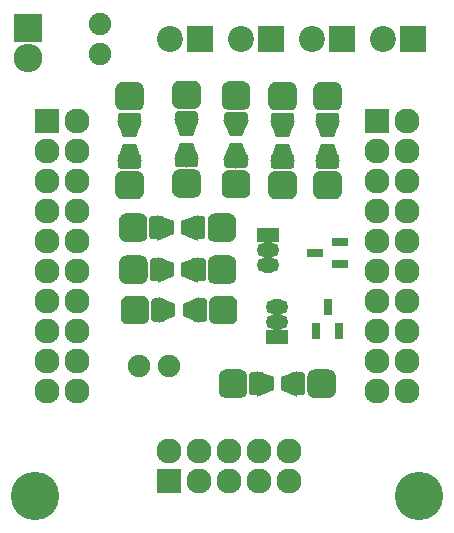
<source format=gts>
G04 #@! TF.GenerationSoftware,KiCad,Pcbnew,(5.1.0-0)*
G04 #@! TF.CreationDate,2019-05-11T20:48:41+09:00*
G04 #@! TF.ProjectId,USBi_Programmer,55534269-5f50-4726-9f67-72616d6d6572,rev?*
G04 #@! TF.SameCoordinates,Original*
G04 #@! TF.FileFunction,Soldermask,Top*
G04 #@! TF.FilePolarity,Negative*
%FSLAX46Y46*%
G04 Gerber Fmt 4.6, Leading zero omitted, Abs format (unit mm)*
G04 Created by KiCad (PCBNEW (5.1.0-0)) date 2019-05-11 20:48:41*
%MOMM*%
%LPD*%
G04 APERTURE LIST*
%ADD10O,1.900000X1.300000*%
%ADD11R,1.900000X1.300000*%
%ADD12C,1.901140*%
%ADD13O,2.127200X2.127200*%
%ADD14R,2.127200X2.127200*%
%ADD15R,2.432000X2.432000*%
%ADD16O,2.432000X2.432000*%
%ADD17R,0.740000X1.440000*%
%ADD18R,1.440000X0.740000*%
%ADD19C,4.100000*%
%ADD20C,2.200000*%
%ADD21R,2.200000X2.200000*%
%ADD22C,0.150000*%
%ADD23C,2.398980*%
%ADD24C,1.400000*%
%ADD25C,1.200000*%
%ADD26C,1.300000*%
G04 APERTURE END LIST*
D10*
X124206000Y-161798000D03*
X124206000Y-160528000D03*
D11*
X124206000Y-163068000D03*
D12*
X109220000Y-139065000D03*
X109220000Y-136525000D03*
X115062000Y-165544000D03*
X112522000Y-165544000D03*
D13*
X107315000Y-167640000D03*
X104775000Y-167640000D03*
X107315000Y-165100000D03*
X104775000Y-165100000D03*
X107315000Y-162560000D03*
X104775000Y-162560000D03*
X107315000Y-160020000D03*
X104775000Y-160020000D03*
X107315000Y-157480000D03*
X104775000Y-157480000D03*
X107315000Y-154940000D03*
X104775000Y-154940000D03*
X107315000Y-152400000D03*
X104775000Y-152400000D03*
X107315000Y-149860000D03*
X104775000Y-149860000D03*
X107315000Y-147320000D03*
X104775000Y-147320000D03*
X107315000Y-144780000D03*
D14*
X104775000Y-144780000D03*
D15*
X103205000Y-136935000D03*
D16*
X103205000Y-139475000D03*
D14*
X132715000Y-144780000D03*
D13*
X135255000Y-144780000D03*
X132715000Y-147320000D03*
X135255000Y-147320000D03*
X132715000Y-149860000D03*
X135255000Y-149860000D03*
X132715000Y-152400000D03*
X135255000Y-152400000D03*
X132715000Y-154940000D03*
X135255000Y-154940000D03*
X132715000Y-157480000D03*
X135255000Y-157480000D03*
X132715000Y-160020000D03*
X135255000Y-160020000D03*
X132715000Y-162560000D03*
X135255000Y-162560000D03*
X132715000Y-165100000D03*
X135255000Y-165100000D03*
X132715000Y-167640000D03*
X135255000Y-167640000D03*
D17*
X127574000Y-162594000D03*
X129474000Y-162594000D03*
X128524000Y-160494000D03*
D18*
X127474000Y-155956000D03*
X129574000Y-155006000D03*
X129574000Y-156906000D03*
D11*
X123444000Y-154432000D03*
D10*
X123444000Y-156972000D03*
X123444000Y-155702000D03*
D19*
X103759000Y-176530000D03*
X136271000Y-176530000D03*
D20*
X127239000Y-137811000D03*
D21*
X129779000Y-137811000D03*
X123739000Y-137811000D03*
D20*
X121199000Y-137811000D03*
X115199000Y-137811000D03*
D21*
X117739000Y-137811000D03*
X135739000Y-137811000D03*
D20*
X133199000Y-137811000D03*
D14*
X115062000Y-175260000D03*
D13*
X115062000Y-172720000D03*
X117602000Y-175260000D03*
X117602000Y-172720000D03*
X120142000Y-175260000D03*
X120142000Y-172720000D03*
X122682000Y-175260000D03*
X122682000Y-172720000D03*
X125222000Y-175260000D03*
X125222000Y-172720000D03*
D22*
G36*
X112418530Y-148984398D02*
G01*
X112476749Y-148993034D01*
X112533842Y-149007335D01*
X112589257Y-149027163D01*
X112642463Y-149052327D01*
X112692945Y-149082585D01*
X112740219Y-149117646D01*
X112783829Y-149157171D01*
X112823354Y-149200781D01*
X112858415Y-149248055D01*
X112888673Y-149298537D01*
X112913837Y-149351743D01*
X112933665Y-149407158D01*
X112947966Y-149464251D01*
X112956602Y-149522470D01*
X112959490Y-149581255D01*
X112959490Y-150780745D01*
X112956602Y-150839530D01*
X112947966Y-150897749D01*
X112933665Y-150954842D01*
X112913837Y-151010257D01*
X112888673Y-151063463D01*
X112858415Y-151113945D01*
X112823354Y-151161219D01*
X112783829Y-151204829D01*
X112740219Y-151244354D01*
X112692945Y-151279415D01*
X112642463Y-151309673D01*
X112589257Y-151334837D01*
X112533842Y-151354665D01*
X112476749Y-151368966D01*
X112418530Y-151377602D01*
X112359745Y-151380490D01*
X111160255Y-151380490D01*
X111101470Y-151377602D01*
X111043251Y-151368966D01*
X110986158Y-151354665D01*
X110930743Y-151334837D01*
X110877537Y-151309673D01*
X110827055Y-151279415D01*
X110779781Y-151244354D01*
X110736171Y-151204829D01*
X110696646Y-151161219D01*
X110661585Y-151113945D01*
X110631327Y-151063463D01*
X110606163Y-151010257D01*
X110586335Y-150954842D01*
X110572034Y-150897749D01*
X110563398Y-150839530D01*
X110560510Y-150780745D01*
X110560510Y-149581255D01*
X110563398Y-149522470D01*
X110572034Y-149464251D01*
X110586335Y-149407158D01*
X110606163Y-149351743D01*
X110631327Y-149298537D01*
X110661585Y-149248055D01*
X110696646Y-149200781D01*
X110736171Y-149157171D01*
X110779781Y-149117646D01*
X110827055Y-149082585D01*
X110877537Y-149052327D01*
X110930743Y-149027163D01*
X110986158Y-149007335D01*
X111043251Y-148993034D01*
X111101470Y-148984398D01*
X111160255Y-148981510D01*
X112359745Y-148981510D01*
X112418530Y-148984398D01*
X112418530Y-148984398D01*
G37*
D23*
X111760000Y-150181000D03*
D22*
G36*
X112418530Y-141484398D02*
G01*
X112476749Y-141493034D01*
X112533842Y-141507335D01*
X112589257Y-141527163D01*
X112642463Y-141552327D01*
X112692945Y-141582585D01*
X112740219Y-141617646D01*
X112783829Y-141657171D01*
X112823354Y-141700781D01*
X112858415Y-141748055D01*
X112888673Y-141798537D01*
X112913837Y-141851743D01*
X112933665Y-141907158D01*
X112947966Y-141964251D01*
X112956602Y-142022470D01*
X112959490Y-142081255D01*
X112959490Y-143280745D01*
X112956602Y-143339530D01*
X112947966Y-143397749D01*
X112933665Y-143454842D01*
X112913837Y-143510257D01*
X112888673Y-143563463D01*
X112858415Y-143613945D01*
X112823354Y-143661219D01*
X112783829Y-143704829D01*
X112740219Y-143744354D01*
X112692945Y-143779415D01*
X112642463Y-143809673D01*
X112589257Y-143834837D01*
X112533842Y-143854665D01*
X112476749Y-143868966D01*
X112418530Y-143877602D01*
X112359745Y-143880490D01*
X111160255Y-143880490D01*
X111101470Y-143877602D01*
X111043251Y-143868966D01*
X110986158Y-143854665D01*
X110930743Y-143834837D01*
X110877537Y-143809673D01*
X110827055Y-143779415D01*
X110779781Y-143744354D01*
X110736171Y-143704829D01*
X110696646Y-143661219D01*
X110661585Y-143613945D01*
X110631327Y-143563463D01*
X110606163Y-143510257D01*
X110586335Y-143454842D01*
X110572034Y-143397749D01*
X110563398Y-143339530D01*
X110560510Y-143280745D01*
X110560510Y-142081255D01*
X110563398Y-142022470D01*
X110572034Y-141964251D01*
X110586335Y-141907158D01*
X110606163Y-141851743D01*
X110631327Y-141798537D01*
X110661585Y-141748055D01*
X110696646Y-141700781D01*
X110736171Y-141657171D01*
X110779781Y-141617646D01*
X110827055Y-141582585D01*
X110877537Y-141552327D01*
X110930743Y-141527163D01*
X110986158Y-141507335D01*
X111043251Y-141493034D01*
X111101470Y-141484398D01*
X111160255Y-141481510D01*
X112359745Y-141481510D01*
X112418530Y-141484398D01*
X112418530Y-141484398D01*
G37*
D23*
X111760000Y-142681000D03*
D24*
X111760000Y-147431000D03*
D22*
G36*
X112855407Y-148131000D02*
G01*
X110664593Y-148131000D01*
X111224593Y-146731000D01*
X112295407Y-146731000D01*
X112855407Y-148131000D01*
X112855407Y-148131000D01*
G37*
D24*
X111760000Y-145431000D03*
D22*
G36*
X110664593Y-144731000D02*
G01*
X112855407Y-144731000D01*
X112295407Y-146131000D01*
X111224593Y-146131000D01*
X110664593Y-144731000D01*
X110664593Y-144731000D01*
G37*
G36*
X112489405Y-144082445D02*
G01*
X112518527Y-144086764D01*
X112547085Y-144093918D01*
X112574805Y-144103836D01*
X112601419Y-144116424D01*
X112626671Y-144131559D01*
X112650318Y-144149097D01*
X112672132Y-144168868D01*
X112691903Y-144190682D01*
X112709441Y-144214329D01*
X112724576Y-144239581D01*
X112737164Y-144266195D01*
X112747082Y-144293915D01*
X112754236Y-144322473D01*
X112758555Y-144351595D01*
X112760000Y-144381000D01*
X112760000Y-144981000D01*
X112758555Y-145010405D01*
X112754236Y-145039527D01*
X112747082Y-145068085D01*
X112737164Y-145095805D01*
X112724576Y-145122419D01*
X112709441Y-145147671D01*
X112691903Y-145171318D01*
X112672132Y-145193132D01*
X112650318Y-145212903D01*
X112626671Y-145230441D01*
X112601419Y-145245576D01*
X112574805Y-145258164D01*
X112547085Y-145268082D01*
X112518527Y-145275236D01*
X112489405Y-145279555D01*
X112460000Y-145281000D01*
X111060000Y-145281000D01*
X111030595Y-145279555D01*
X111001473Y-145275236D01*
X110972915Y-145268082D01*
X110945195Y-145258164D01*
X110918581Y-145245576D01*
X110893329Y-145230441D01*
X110869682Y-145212903D01*
X110847868Y-145193132D01*
X110828097Y-145171318D01*
X110810559Y-145147671D01*
X110795424Y-145122419D01*
X110782836Y-145095805D01*
X110772918Y-145068085D01*
X110765764Y-145039527D01*
X110761445Y-145010405D01*
X110760000Y-144981000D01*
X110760000Y-144381000D01*
X110761445Y-144351595D01*
X110765764Y-144322473D01*
X110772918Y-144293915D01*
X110782836Y-144266195D01*
X110795424Y-144239581D01*
X110810559Y-144214329D01*
X110828097Y-144190682D01*
X110847868Y-144168868D01*
X110869682Y-144149097D01*
X110893329Y-144131559D01*
X110918581Y-144116424D01*
X110945195Y-144103836D01*
X110972915Y-144093918D01*
X111001473Y-144086764D01*
X111030595Y-144082445D01*
X111060000Y-144081000D01*
X112460000Y-144081000D01*
X112489405Y-144082445D01*
X112489405Y-144082445D01*
G37*
D25*
X111760000Y-144681000D03*
D22*
G36*
X112466856Y-147532565D02*
G01*
X112498404Y-147537245D01*
X112529343Y-147544994D01*
X112559372Y-147555739D01*
X112588204Y-147569376D01*
X112615560Y-147585772D01*
X112641178Y-147604772D01*
X112664810Y-147626190D01*
X112686228Y-147649822D01*
X112705228Y-147675440D01*
X112721624Y-147702796D01*
X112735261Y-147731628D01*
X112746006Y-147761657D01*
X112753755Y-147792596D01*
X112758435Y-147824144D01*
X112760000Y-147856000D01*
X112760000Y-148506000D01*
X112758435Y-148537856D01*
X112753755Y-148569404D01*
X112746006Y-148600343D01*
X112735261Y-148630372D01*
X112721624Y-148659204D01*
X112705228Y-148686560D01*
X112686228Y-148712178D01*
X112664810Y-148735810D01*
X112641178Y-148757228D01*
X112615560Y-148776228D01*
X112588204Y-148792624D01*
X112559372Y-148806261D01*
X112529343Y-148817006D01*
X112498404Y-148824755D01*
X112466856Y-148829435D01*
X112435000Y-148831000D01*
X111085000Y-148831000D01*
X111053144Y-148829435D01*
X111021596Y-148824755D01*
X110990657Y-148817006D01*
X110960628Y-148806261D01*
X110931796Y-148792624D01*
X110904440Y-148776228D01*
X110878822Y-148757228D01*
X110855190Y-148735810D01*
X110833772Y-148712178D01*
X110814772Y-148686560D01*
X110798376Y-148659204D01*
X110784739Y-148630372D01*
X110773994Y-148600343D01*
X110766245Y-148569404D01*
X110761565Y-148537856D01*
X110760000Y-148506000D01*
X110760000Y-147856000D01*
X110761565Y-147824144D01*
X110766245Y-147792596D01*
X110773994Y-147761657D01*
X110784739Y-147731628D01*
X110798376Y-147702796D01*
X110814772Y-147675440D01*
X110833772Y-147649822D01*
X110855190Y-147626190D01*
X110878822Y-147604772D01*
X110904440Y-147585772D01*
X110931796Y-147569376D01*
X110960628Y-147555739D01*
X110990657Y-147544994D01*
X111021596Y-147537245D01*
X111053144Y-147532565D01*
X111085000Y-147531000D01*
X112435000Y-147531000D01*
X112466856Y-147532565D01*
X112466856Y-147532565D01*
G37*
D26*
X111760000Y-148181000D03*
D22*
G36*
X118057856Y-159783565D02*
G01*
X118089404Y-159788245D01*
X118120343Y-159795994D01*
X118150372Y-159806739D01*
X118179204Y-159820376D01*
X118206560Y-159836772D01*
X118232178Y-159855772D01*
X118255810Y-159877190D01*
X118277228Y-159900822D01*
X118296228Y-159926440D01*
X118312624Y-159953796D01*
X118326261Y-159982628D01*
X118337006Y-160012657D01*
X118344755Y-160043596D01*
X118349435Y-160075144D01*
X118351000Y-160107000D01*
X118351000Y-161457000D01*
X118349435Y-161488856D01*
X118344755Y-161520404D01*
X118337006Y-161551343D01*
X118326261Y-161581372D01*
X118312624Y-161610204D01*
X118296228Y-161637560D01*
X118277228Y-161663178D01*
X118255810Y-161686810D01*
X118232178Y-161708228D01*
X118206560Y-161727228D01*
X118179204Y-161743624D01*
X118150372Y-161757261D01*
X118120343Y-161768006D01*
X118089404Y-161775755D01*
X118057856Y-161780435D01*
X118026000Y-161782000D01*
X117376000Y-161782000D01*
X117344144Y-161780435D01*
X117312596Y-161775755D01*
X117281657Y-161768006D01*
X117251628Y-161757261D01*
X117222796Y-161743624D01*
X117195440Y-161727228D01*
X117169822Y-161708228D01*
X117146190Y-161686810D01*
X117124772Y-161663178D01*
X117105772Y-161637560D01*
X117089376Y-161610204D01*
X117075739Y-161581372D01*
X117064994Y-161551343D01*
X117057245Y-161520404D01*
X117052565Y-161488856D01*
X117051000Y-161457000D01*
X117051000Y-160107000D01*
X117052565Y-160075144D01*
X117057245Y-160043596D01*
X117064994Y-160012657D01*
X117075739Y-159982628D01*
X117089376Y-159953796D01*
X117105772Y-159926440D01*
X117124772Y-159900822D01*
X117146190Y-159877190D01*
X117169822Y-159855772D01*
X117195440Y-159836772D01*
X117222796Y-159820376D01*
X117251628Y-159806739D01*
X117281657Y-159795994D01*
X117312596Y-159788245D01*
X117344144Y-159783565D01*
X117376000Y-159782000D01*
X118026000Y-159782000D01*
X118057856Y-159783565D01*
X118057856Y-159783565D01*
G37*
D26*
X117701000Y-160782000D03*
D22*
G36*
X114530405Y-159783445D02*
G01*
X114559527Y-159787764D01*
X114588085Y-159794918D01*
X114615805Y-159804836D01*
X114642419Y-159817424D01*
X114667671Y-159832559D01*
X114691318Y-159850097D01*
X114713132Y-159869868D01*
X114732903Y-159891682D01*
X114750441Y-159915329D01*
X114765576Y-159940581D01*
X114778164Y-159967195D01*
X114788082Y-159994915D01*
X114795236Y-160023473D01*
X114799555Y-160052595D01*
X114801000Y-160082000D01*
X114801000Y-161482000D01*
X114799555Y-161511405D01*
X114795236Y-161540527D01*
X114788082Y-161569085D01*
X114778164Y-161596805D01*
X114765576Y-161623419D01*
X114750441Y-161648671D01*
X114732903Y-161672318D01*
X114713132Y-161694132D01*
X114691318Y-161713903D01*
X114667671Y-161731441D01*
X114642419Y-161746576D01*
X114615805Y-161759164D01*
X114588085Y-161769082D01*
X114559527Y-161776236D01*
X114530405Y-161780555D01*
X114501000Y-161782000D01*
X113901000Y-161782000D01*
X113871595Y-161780555D01*
X113842473Y-161776236D01*
X113813915Y-161769082D01*
X113786195Y-161759164D01*
X113759581Y-161746576D01*
X113734329Y-161731441D01*
X113710682Y-161713903D01*
X113688868Y-161694132D01*
X113669097Y-161672318D01*
X113651559Y-161648671D01*
X113636424Y-161623419D01*
X113623836Y-161596805D01*
X113613918Y-161569085D01*
X113606764Y-161540527D01*
X113602445Y-161511405D01*
X113601000Y-161482000D01*
X113601000Y-160082000D01*
X113602445Y-160052595D01*
X113606764Y-160023473D01*
X113613918Y-159994915D01*
X113623836Y-159967195D01*
X113636424Y-159940581D01*
X113651559Y-159915329D01*
X113669097Y-159891682D01*
X113688868Y-159869868D01*
X113710682Y-159850097D01*
X113734329Y-159832559D01*
X113759581Y-159817424D01*
X113786195Y-159804836D01*
X113813915Y-159794918D01*
X113842473Y-159787764D01*
X113871595Y-159783445D01*
X113901000Y-159782000D01*
X114501000Y-159782000D01*
X114530405Y-159783445D01*
X114530405Y-159783445D01*
G37*
D25*
X114201000Y-160782000D03*
D24*
X114951000Y-160782000D03*
D22*
G36*
X114251000Y-161877407D02*
G01*
X114251000Y-159686593D01*
X115651000Y-160246593D01*
X115651000Y-161317407D01*
X114251000Y-161877407D01*
X114251000Y-161877407D01*
G37*
D24*
X116951000Y-160782000D03*
D22*
G36*
X117651000Y-159686593D02*
G01*
X117651000Y-161877407D01*
X116251000Y-161317407D01*
X116251000Y-160246593D01*
X117651000Y-159686593D01*
X117651000Y-159686593D01*
G37*
G36*
X112859530Y-159585398D02*
G01*
X112917749Y-159594034D01*
X112974842Y-159608335D01*
X113030257Y-159628163D01*
X113083463Y-159653327D01*
X113133945Y-159683585D01*
X113181219Y-159718646D01*
X113224829Y-159758171D01*
X113264354Y-159801781D01*
X113299415Y-159849055D01*
X113329673Y-159899537D01*
X113354837Y-159952743D01*
X113374665Y-160008158D01*
X113388966Y-160065251D01*
X113397602Y-160123470D01*
X113400490Y-160182255D01*
X113400490Y-161381745D01*
X113397602Y-161440530D01*
X113388966Y-161498749D01*
X113374665Y-161555842D01*
X113354837Y-161611257D01*
X113329673Y-161664463D01*
X113299415Y-161714945D01*
X113264354Y-161762219D01*
X113224829Y-161805829D01*
X113181219Y-161845354D01*
X113133945Y-161880415D01*
X113083463Y-161910673D01*
X113030257Y-161935837D01*
X112974842Y-161955665D01*
X112917749Y-161969966D01*
X112859530Y-161978602D01*
X112800745Y-161981490D01*
X111601255Y-161981490D01*
X111542470Y-161978602D01*
X111484251Y-161969966D01*
X111427158Y-161955665D01*
X111371743Y-161935837D01*
X111318537Y-161910673D01*
X111268055Y-161880415D01*
X111220781Y-161845354D01*
X111177171Y-161805829D01*
X111137646Y-161762219D01*
X111102585Y-161714945D01*
X111072327Y-161664463D01*
X111047163Y-161611257D01*
X111027335Y-161555842D01*
X111013034Y-161498749D01*
X111004398Y-161440530D01*
X111001510Y-161381745D01*
X111001510Y-160182255D01*
X111004398Y-160123470D01*
X111013034Y-160065251D01*
X111027335Y-160008158D01*
X111047163Y-159952743D01*
X111072327Y-159899537D01*
X111102585Y-159849055D01*
X111137646Y-159801781D01*
X111177171Y-159758171D01*
X111220781Y-159718646D01*
X111268055Y-159683585D01*
X111318537Y-159653327D01*
X111371743Y-159628163D01*
X111427158Y-159608335D01*
X111484251Y-159594034D01*
X111542470Y-159585398D01*
X111601255Y-159582510D01*
X112800745Y-159582510D01*
X112859530Y-159585398D01*
X112859530Y-159585398D01*
G37*
D23*
X112201000Y-160782000D03*
D22*
G36*
X120359530Y-159585398D02*
G01*
X120417749Y-159594034D01*
X120474842Y-159608335D01*
X120530257Y-159628163D01*
X120583463Y-159653327D01*
X120633945Y-159683585D01*
X120681219Y-159718646D01*
X120724829Y-159758171D01*
X120764354Y-159801781D01*
X120799415Y-159849055D01*
X120829673Y-159899537D01*
X120854837Y-159952743D01*
X120874665Y-160008158D01*
X120888966Y-160065251D01*
X120897602Y-160123470D01*
X120900490Y-160182255D01*
X120900490Y-161381745D01*
X120897602Y-161440530D01*
X120888966Y-161498749D01*
X120874665Y-161555842D01*
X120854837Y-161611257D01*
X120829673Y-161664463D01*
X120799415Y-161714945D01*
X120764354Y-161762219D01*
X120724829Y-161805829D01*
X120681219Y-161845354D01*
X120633945Y-161880415D01*
X120583463Y-161910673D01*
X120530257Y-161935837D01*
X120474842Y-161955665D01*
X120417749Y-161969966D01*
X120359530Y-161978602D01*
X120300745Y-161981490D01*
X119101255Y-161981490D01*
X119042470Y-161978602D01*
X118984251Y-161969966D01*
X118927158Y-161955665D01*
X118871743Y-161935837D01*
X118818537Y-161910673D01*
X118768055Y-161880415D01*
X118720781Y-161845354D01*
X118677171Y-161805829D01*
X118637646Y-161762219D01*
X118602585Y-161714945D01*
X118572327Y-161664463D01*
X118547163Y-161611257D01*
X118527335Y-161555842D01*
X118513034Y-161498749D01*
X118504398Y-161440530D01*
X118501510Y-161381745D01*
X118501510Y-160182255D01*
X118504398Y-160123470D01*
X118513034Y-160065251D01*
X118527335Y-160008158D01*
X118547163Y-159952743D01*
X118572327Y-159899537D01*
X118602585Y-159849055D01*
X118637646Y-159801781D01*
X118677171Y-159758171D01*
X118720781Y-159718646D01*
X118768055Y-159683585D01*
X118818537Y-159653327D01*
X118871743Y-159628163D01*
X118927158Y-159608335D01*
X118984251Y-159594034D01*
X119042470Y-159585398D01*
X119101255Y-159582510D01*
X120300745Y-159582510D01*
X120359530Y-159585398D01*
X120359530Y-159585398D01*
G37*
D23*
X119701000Y-160782000D03*
D22*
G36*
X114430856Y-152798565D02*
G01*
X114462404Y-152803245D01*
X114493343Y-152810994D01*
X114523372Y-152821739D01*
X114552204Y-152835376D01*
X114579560Y-152851772D01*
X114605178Y-152870772D01*
X114628810Y-152892190D01*
X114650228Y-152915822D01*
X114669228Y-152941440D01*
X114685624Y-152968796D01*
X114699261Y-152997628D01*
X114710006Y-153027657D01*
X114717755Y-153058596D01*
X114722435Y-153090144D01*
X114724000Y-153122000D01*
X114724000Y-154472000D01*
X114722435Y-154503856D01*
X114717755Y-154535404D01*
X114710006Y-154566343D01*
X114699261Y-154596372D01*
X114685624Y-154625204D01*
X114669228Y-154652560D01*
X114650228Y-154678178D01*
X114628810Y-154701810D01*
X114605178Y-154723228D01*
X114579560Y-154742228D01*
X114552204Y-154758624D01*
X114523372Y-154772261D01*
X114493343Y-154783006D01*
X114462404Y-154790755D01*
X114430856Y-154795435D01*
X114399000Y-154797000D01*
X113749000Y-154797000D01*
X113717144Y-154795435D01*
X113685596Y-154790755D01*
X113654657Y-154783006D01*
X113624628Y-154772261D01*
X113595796Y-154758624D01*
X113568440Y-154742228D01*
X113542822Y-154723228D01*
X113519190Y-154701810D01*
X113497772Y-154678178D01*
X113478772Y-154652560D01*
X113462376Y-154625204D01*
X113448739Y-154596372D01*
X113437994Y-154566343D01*
X113430245Y-154535404D01*
X113425565Y-154503856D01*
X113424000Y-154472000D01*
X113424000Y-153122000D01*
X113425565Y-153090144D01*
X113430245Y-153058596D01*
X113437994Y-153027657D01*
X113448739Y-152997628D01*
X113462376Y-152968796D01*
X113478772Y-152941440D01*
X113497772Y-152915822D01*
X113519190Y-152892190D01*
X113542822Y-152870772D01*
X113568440Y-152851772D01*
X113595796Y-152835376D01*
X113624628Y-152821739D01*
X113654657Y-152810994D01*
X113685596Y-152803245D01*
X113717144Y-152798565D01*
X113749000Y-152797000D01*
X114399000Y-152797000D01*
X114430856Y-152798565D01*
X114430856Y-152798565D01*
G37*
D26*
X114074000Y-153797000D03*
D22*
G36*
X117903405Y-152798445D02*
G01*
X117932527Y-152802764D01*
X117961085Y-152809918D01*
X117988805Y-152819836D01*
X118015419Y-152832424D01*
X118040671Y-152847559D01*
X118064318Y-152865097D01*
X118086132Y-152884868D01*
X118105903Y-152906682D01*
X118123441Y-152930329D01*
X118138576Y-152955581D01*
X118151164Y-152982195D01*
X118161082Y-153009915D01*
X118168236Y-153038473D01*
X118172555Y-153067595D01*
X118174000Y-153097000D01*
X118174000Y-154497000D01*
X118172555Y-154526405D01*
X118168236Y-154555527D01*
X118161082Y-154584085D01*
X118151164Y-154611805D01*
X118138576Y-154638419D01*
X118123441Y-154663671D01*
X118105903Y-154687318D01*
X118086132Y-154709132D01*
X118064318Y-154728903D01*
X118040671Y-154746441D01*
X118015419Y-154761576D01*
X117988805Y-154774164D01*
X117961085Y-154784082D01*
X117932527Y-154791236D01*
X117903405Y-154795555D01*
X117874000Y-154797000D01*
X117274000Y-154797000D01*
X117244595Y-154795555D01*
X117215473Y-154791236D01*
X117186915Y-154784082D01*
X117159195Y-154774164D01*
X117132581Y-154761576D01*
X117107329Y-154746441D01*
X117083682Y-154728903D01*
X117061868Y-154709132D01*
X117042097Y-154687318D01*
X117024559Y-154663671D01*
X117009424Y-154638419D01*
X116996836Y-154611805D01*
X116986918Y-154584085D01*
X116979764Y-154555527D01*
X116975445Y-154526405D01*
X116974000Y-154497000D01*
X116974000Y-153097000D01*
X116975445Y-153067595D01*
X116979764Y-153038473D01*
X116986918Y-153009915D01*
X116996836Y-152982195D01*
X117009424Y-152955581D01*
X117024559Y-152930329D01*
X117042097Y-152906682D01*
X117061868Y-152884868D01*
X117083682Y-152865097D01*
X117107329Y-152847559D01*
X117132581Y-152832424D01*
X117159195Y-152819836D01*
X117186915Y-152809918D01*
X117215473Y-152802764D01*
X117244595Y-152798445D01*
X117274000Y-152797000D01*
X117874000Y-152797000D01*
X117903405Y-152798445D01*
X117903405Y-152798445D01*
G37*
D25*
X117574000Y-153797000D03*
D24*
X116824000Y-153797000D03*
D22*
G36*
X117524000Y-152701593D02*
G01*
X117524000Y-154892407D01*
X116124000Y-154332407D01*
X116124000Y-153261593D01*
X117524000Y-152701593D01*
X117524000Y-152701593D01*
G37*
D24*
X114824000Y-153797000D03*
D22*
G36*
X114124000Y-154892407D02*
G01*
X114124000Y-152701593D01*
X115524000Y-153261593D01*
X115524000Y-154332407D01*
X114124000Y-154892407D01*
X114124000Y-154892407D01*
G37*
G36*
X120232530Y-152600398D02*
G01*
X120290749Y-152609034D01*
X120347842Y-152623335D01*
X120403257Y-152643163D01*
X120456463Y-152668327D01*
X120506945Y-152698585D01*
X120554219Y-152733646D01*
X120597829Y-152773171D01*
X120637354Y-152816781D01*
X120672415Y-152864055D01*
X120702673Y-152914537D01*
X120727837Y-152967743D01*
X120747665Y-153023158D01*
X120761966Y-153080251D01*
X120770602Y-153138470D01*
X120773490Y-153197255D01*
X120773490Y-154396745D01*
X120770602Y-154455530D01*
X120761966Y-154513749D01*
X120747665Y-154570842D01*
X120727837Y-154626257D01*
X120702673Y-154679463D01*
X120672415Y-154729945D01*
X120637354Y-154777219D01*
X120597829Y-154820829D01*
X120554219Y-154860354D01*
X120506945Y-154895415D01*
X120456463Y-154925673D01*
X120403257Y-154950837D01*
X120347842Y-154970665D01*
X120290749Y-154984966D01*
X120232530Y-154993602D01*
X120173745Y-154996490D01*
X118974255Y-154996490D01*
X118915470Y-154993602D01*
X118857251Y-154984966D01*
X118800158Y-154970665D01*
X118744743Y-154950837D01*
X118691537Y-154925673D01*
X118641055Y-154895415D01*
X118593781Y-154860354D01*
X118550171Y-154820829D01*
X118510646Y-154777219D01*
X118475585Y-154729945D01*
X118445327Y-154679463D01*
X118420163Y-154626257D01*
X118400335Y-154570842D01*
X118386034Y-154513749D01*
X118377398Y-154455530D01*
X118374510Y-154396745D01*
X118374510Y-153197255D01*
X118377398Y-153138470D01*
X118386034Y-153080251D01*
X118400335Y-153023158D01*
X118420163Y-152967743D01*
X118445327Y-152914537D01*
X118475585Y-152864055D01*
X118510646Y-152816781D01*
X118550171Y-152773171D01*
X118593781Y-152733646D01*
X118641055Y-152698585D01*
X118691537Y-152668327D01*
X118744743Y-152643163D01*
X118800158Y-152623335D01*
X118857251Y-152609034D01*
X118915470Y-152600398D01*
X118974255Y-152597510D01*
X120173745Y-152597510D01*
X120232530Y-152600398D01*
X120232530Y-152600398D01*
G37*
D23*
X119574000Y-153797000D03*
D22*
G36*
X112732530Y-152600398D02*
G01*
X112790749Y-152609034D01*
X112847842Y-152623335D01*
X112903257Y-152643163D01*
X112956463Y-152668327D01*
X113006945Y-152698585D01*
X113054219Y-152733646D01*
X113097829Y-152773171D01*
X113137354Y-152816781D01*
X113172415Y-152864055D01*
X113202673Y-152914537D01*
X113227837Y-152967743D01*
X113247665Y-153023158D01*
X113261966Y-153080251D01*
X113270602Y-153138470D01*
X113273490Y-153197255D01*
X113273490Y-154396745D01*
X113270602Y-154455530D01*
X113261966Y-154513749D01*
X113247665Y-154570842D01*
X113227837Y-154626257D01*
X113202673Y-154679463D01*
X113172415Y-154729945D01*
X113137354Y-154777219D01*
X113097829Y-154820829D01*
X113054219Y-154860354D01*
X113006945Y-154895415D01*
X112956463Y-154925673D01*
X112903257Y-154950837D01*
X112847842Y-154970665D01*
X112790749Y-154984966D01*
X112732530Y-154993602D01*
X112673745Y-154996490D01*
X111474255Y-154996490D01*
X111415470Y-154993602D01*
X111357251Y-154984966D01*
X111300158Y-154970665D01*
X111244743Y-154950837D01*
X111191537Y-154925673D01*
X111141055Y-154895415D01*
X111093781Y-154860354D01*
X111050171Y-154820829D01*
X111010646Y-154777219D01*
X110975585Y-154729945D01*
X110945327Y-154679463D01*
X110920163Y-154626257D01*
X110900335Y-154570842D01*
X110886034Y-154513749D01*
X110877398Y-154455530D01*
X110874510Y-154396745D01*
X110874510Y-153197255D01*
X110877398Y-153138470D01*
X110886034Y-153080251D01*
X110900335Y-153023158D01*
X110920163Y-152967743D01*
X110945327Y-152914537D01*
X110975585Y-152864055D01*
X111010646Y-152816781D01*
X111050171Y-152773171D01*
X111093781Y-152733646D01*
X111141055Y-152698585D01*
X111191537Y-152668327D01*
X111244743Y-152643163D01*
X111300158Y-152623335D01*
X111357251Y-152609034D01*
X111415470Y-152600398D01*
X111474255Y-152597510D01*
X112673745Y-152597510D01*
X112732530Y-152600398D01*
X112732530Y-152600398D01*
G37*
D23*
X112074000Y-153797000D03*
D22*
G36*
X120248530Y-156156398D02*
G01*
X120306749Y-156165034D01*
X120363842Y-156179335D01*
X120419257Y-156199163D01*
X120472463Y-156224327D01*
X120522945Y-156254585D01*
X120570219Y-156289646D01*
X120613829Y-156329171D01*
X120653354Y-156372781D01*
X120688415Y-156420055D01*
X120718673Y-156470537D01*
X120743837Y-156523743D01*
X120763665Y-156579158D01*
X120777966Y-156636251D01*
X120786602Y-156694470D01*
X120789490Y-156753255D01*
X120789490Y-157952745D01*
X120786602Y-158011530D01*
X120777966Y-158069749D01*
X120763665Y-158126842D01*
X120743837Y-158182257D01*
X120718673Y-158235463D01*
X120688415Y-158285945D01*
X120653354Y-158333219D01*
X120613829Y-158376829D01*
X120570219Y-158416354D01*
X120522945Y-158451415D01*
X120472463Y-158481673D01*
X120419257Y-158506837D01*
X120363842Y-158526665D01*
X120306749Y-158540966D01*
X120248530Y-158549602D01*
X120189745Y-158552490D01*
X118990255Y-158552490D01*
X118931470Y-158549602D01*
X118873251Y-158540966D01*
X118816158Y-158526665D01*
X118760743Y-158506837D01*
X118707537Y-158481673D01*
X118657055Y-158451415D01*
X118609781Y-158416354D01*
X118566171Y-158376829D01*
X118526646Y-158333219D01*
X118491585Y-158285945D01*
X118461327Y-158235463D01*
X118436163Y-158182257D01*
X118416335Y-158126842D01*
X118402034Y-158069749D01*
X118393398Y-158011530D01*
X118390510Y-157952745D01*
X118390510Y-156753255D01*
X118393398Y-156694470D01*
X118402034Y-156636251D01*
X118416335Y-156579158D01*
X118436163Y-156523743D01*
X118461327Y-156470537D01*
X118491585Y-156420055D01*
X118526646Y-156372781D01*
X118566171Y-156329171D01*
X118609781Y-156289646D01*
X118657055Y-156254585D01*
X118707537Y-156224327D01*
X118760743Y-156199163D01*
X118816158Y-156179335D01*
X118873251Y-156165034D01*
X118931470Y-156156398D01*
X118990255Y-156153510D01*
X120189745Y-156153510D01*
X120248530Y-156156398D01*
X120248530Y-156156398D01*
G37*
D23*
X119590000Y-157353000D03*
D22*
G36*
X112748530Y-156156398D02*
G01*
X112806749Y-156165034D01*
X112863842Y-156179335D01*
X112919257Y-156199163D01*
X112972463Y-156224327D01*
X113022945Y-156254585D01*
X113070219Y-156289646D01*
X113113829Y-156329171D01*
X113153354Y-156372781D01*
X113188415Y-156420055D01*
X113218673Y-156470537D01*
X113243837Y-156523743D01*
X113263665Y-156579158D01*
X113277966Y-156636251D01*
X113286602Y-156694470D01*
X113289490Y-156753255D01*
X113289490Y-157952745D01*
X113286602Y-158011530D01*
X113277966Y-158069749D01*
X113263665Y-158126842D01*
X113243837Y-158182257D01*
X113218673Y-158235463D01*
X113188415Y-158285945D01*
X113153354Y-158333219D01*
X113113829Y-158376829D01*
X113070219Y-158416354D01*
X113022945Y-158451415D01*
X112972463Y-158481673D01*
X112919257Y-158506837D01*
X112863842Y-158526665D01*
X112806749Y-158540966D01*
X112748530Y-158549602D01*
X112689745Y-158552490D01*
X111490255Y-158552490D01*
X111431470Y-158549602D01*
X111373251Y-158540966D01*
X111316158Y-158526665D01*
X111260743Y-158506837D01*
X111207537Y-158481673D01*
X111157055Y-158451415D01*
X111109781Y-158416354D01*
X111066171Y-158376829D01*
X111026646Y-158333219D01*
X110991585Y-158285945D01*
X110961327Y-158235463D01*
X110936163Y-158182257D01*
X110916335Y-158126842D01*
X110902034Y-158069749D01*
X110893398Y-158011530D01*
X110890510Y-157952745D01*
X110890510Y-156753255D01*
X110893398Y-156694470D01*
X110902034Y-156636251D01*
X110916335Y-156579158D01*
X110936163Y-156523743D01*
X110961327Y-156470537D01*
X110991585Y-156420055D01*
X111026646Y-156372781D01*
X111066171Y-156329171D01*
X111109781Y-156289646D01*
X111157055Y-156254585D01*
X111207537Y-156224327D01*
X111260743Y-156199163D01*
X111316158Y-156179335D01*
X111373251Y-156165034D01*
X111431470Y-156156398D01*
X111490255Y-156153510D01*
X112689745Y-156153510D01*
X112748530Y-156156398D01*
X112748530Y-156156398D01*
G37*
D23*
X112090000Y-157353000D03*
D24*
X116840000Y-157353000D03*
D22*
G36*
X117540000Y-156257593D02*
G01*
X117540000Y-158448407D01*
X116140000Y-157888407D01*
X116140000Y-156817593D01*
X117540000Y-156257593D01*
X117540000Y-156257593D01*
G37*
D24*
X114840000Y-157353000D03*
D22*
G36*
X114140000Y-158448407D02*
G01*
X114140000Y-156257593D01*
X115540000Y-156817593D01*
X115540000Y-157888407D01*
X114140000Y-158448407D01*
X114140000Y-158448407D01*
G37*
G36*
X114419405Y-156354445D02*
G01*
X114448527Y-156358764D01*
X114477085Y-156365918D01*
X114504805Y-156375836D01*
X114531419Y-156388424D01*
X114556671Y-156403559D01*
X114580318Y-156421097D01*
X114602132Y-156440868D01*
X114621903Y-156462682D01*
X114639441Y-156486329D01*
X114654576Y-156511581D01*
X114667164Y-156538195D01*
X114677082Y-156565915D01*
X114684236Y-156594473D01*
X114688555Y-156623595D01*
X114690000Y-156653000D01*
X114690000Y-158053000D01*
X114688555Y-158082405D01*
X114684236Y-158111527D01*
X114677082Y-158140085D01*
X114667164Y-158167805D01*
X114654576Y-158194419D01*
X114639441Y-158219671D01*
X114621903Y-158243318D01*
X114602132Y-158265132D01*
X114580318Y-158284903D01*
X114556671Y-158302441D01*
X114531419Y-158317576D01*
X114504805Y-158330164D01*
X114477085Y-158340082D01*
X114448527Y-158347236D01*
X114419405Y-158351555D01*
X114390000Y-158353000D01*
X113790000Y-158353000D01*
X113760595Y-158351555D01*
X113731473Y-158347236D01*
X113702915Y-158340082D01*
X113675195Y-158330164D01*
X113648581Y-158317576D01*
X113623329Y-158302441D01*
X113599682Y-158284903D01*
X113577868Y-158265132D01*
X113558097Y-158243318D01*
X113540559Y-158219671D01*
X113525424Y-158194419D01*
X113512836Y-158167805D01*
X113502918Y-158140085D01*
X113495764Y-158111527D01*
X113491445Y-158082405D01*
X113490000Y-158053000D01*
X113490000Y-156653000D01*
X113491445Y-156623595D01*
X113495764Y-156594473D01*
X113502918Y-156565915D01*
X113512836Y-156538195D01*
X113525424Y-156511581D01*
X113540559Y-156486329D01*
X113558097Y-156462682D01*
X113577868Y-156440868D01*
X113599682Y-156421097D01*
X113623329Y-156403559D01*
X113648581Y-156388424D01*
X113675195Y-156375836D01*
X113702915Y-156365918D01*
X113731473Y-156358764D01*
X113760595Y-156354445D01*
X113790000Y-156353000D01*
X114390000Y-156353000D01*
X114419405Y-156354445D01*
X114419405Y-156354445D01*
G37*
D25*
X114090000Y-157353000D03*
D22*
G36*
X117946856Y-156354565D02*
G01*
X117978404Y-156359245D01*
X118009343Y-156366994D01*
X118039372Y-156377739D01*
X118068204Y-156391376D01*
X118095560Y-156407772D01*
X118121178Y-156426772D01*
X118144810Y-156448190D01*
X118166228Y-156471822D01*
X118185228Y-156497440D01*
X118201624Y-156524796D01*
X118215261Y-156553628D01*
X118226006Y-156583657D01*
X118233755Y-156614596D01*
X118238435Y-156646144D01*
X118240000Y-156678000D01*
X118240000Y-158028000D01*
X118238435Y-158059856D01*
X118233755Y-158091404D01*
X118226006Y-158122343D01*
X118215261Y-158152372D01*
X118201624Y-158181204D01*
X118185228Y-158208560D01*
X118166228Y-158234178D01*
X118144810Y-158257810D01*
X118121178Y-158279228D01*
X118095560Y-158298228D01*
X118068204Y-158314624D01*
X118039372Y-158328261D01*
X118009343Y-158339006D01*
X117978404Y-158346755D01*
X117946856Y-158351435D01*
X117915000Y-158353000D01*
X117265000Y-158353000D01*
X117233144Y-158351435D01*
X117201596Y-158346755D01*
X117170657Y-158339006D01*
X117140628Y-158328261D01*
X117111796Y-158314624D01*
X117084440Y-158298228D01*
X117058822Y-158279228D01*
X117035190Y-158257810D01*
X117013772Y-158234178D01*
X116994772Y-158208560D01*
X116978376Y-158181204D01*
X116964739Y-158152372D01*
X116953994Y-158122343D01*
X116946245Y-158091404D01*
X116941565Y-158059856D01*
X116940000Y-158028000D01*
X116940000Y-156678000D01*
X116941565Y-156646144D01*
X116946245Y-156614596D01*
X116953994Y-156583657D01*
X116964739Y-156553628D01*
X116978376Y-156524796D01*
X116994772Y-156497440D01*
X117013772Y-156471822D01*
X117035190Y-156448190D01*
X117058822Y-156426772D01*
X117084440Y-156407772D01*
X117111796Y-156391376D01*
X117140628Y-156377739D01*
X117170657Y-156366994D01*
X117201596Y-156359245D01*
X117233144Y-156354565D01*
X117265000Y-156353000D01*
X117915000Y-156353000D01*
X117946856Y-156354565D01*
X117946856Y-156354565D01*
G37*
D26*
X117590000Y-157353000D03*
D22*
G36*
X121435530Y-148921398D02*
G01*
X121493749Y-148930034D01*
X121550842Y-148944335D01*
X121606257Y-148964163D01*
X121659463Y-148989327D01*
X121709945Y-149019585D01*
X121757219Y-149054646D01*
X121800829Y-149094171D01*
X121840354Y-149137781D01*
X121875415Y-149185055D01*
X121905673Y-149235537D01*
X121930837Y-149288743D01*
X121950665Y-149344158D01*
X121964966Y-149401251D01*
X121973602Y-149459470D01*
X121976490Y-149518255D01*
X121976490Y-150717745D01*
X121973602Y-150776530D01*
X121964966Y-150834749D01*
X121950665Y-150891842D01*
X121930837Y-150947257D01*
X121905673Y-151000463D01*
X121875415Y-151050945D01*
X121840354Y-151098219D01*
X121800829Y-151141829D01*
X121757219Y-151181354D01*
X121709945Y-151216415D01*
X121659463Y-151246673D01*
X121606257Y-151271837D01*
X121550842Y-151291665D01*
X121493749Y-151305966D01*
X121435530Y-151314602D01*
X121376745Y-151317490D01*
X120177255Y-151317490D01*
X120118470Y-151314602D01*
X120060251Y-151305966D01*
X120003158Y-151291665D01*
X119947743Y-151271837D01*
X119894537Y-151246673D01*
X119844055Y-151216415D01*
X119796781Y-151181354D01*
X119753171Y-151141829D01*
X119713646Y-151098219D01*
X119678585Y-151050945D01*
X119648327Y-151000463D01*
X119623163Y-150947257D01*
X119603335Y-150891842D01*
X119589034Y-150834749D01*
X119580398Y-150776530D01*
X119577510Y-150717745D01*
X119577510Y-149518255D01*
X119580398Y-149459470D01*
X119589034Y-149401251D01*
X119603335Y-149344158D01*
X119623163Y-149288743D01*
X119648327Y-149235537D01*
X119678585Y-149185055D01*
X119713646Y-149137781D01*
X119753171Y-149094171D01*
X119796781Y-149054646D01*
X119844055Y-149019585D01*
X119894537Y-148989327D01*
X119947743Y-148964163D01*
X120003158Y-148944335D01*
X120060251Y-148930034D01*
X120118470Y-148921398D01*
X120177255Y-148918510D01*
X121376745Y-148918510D01*
X121435530Y-148921398D01*
X121435530Y-148921398D01*
G37*
D23*
X120777000Y-150118000D03*
D22*
G36*
X121435530Y-141421398D02*
G01*
X121493749Y-141430034D01*
X121550842Y-141444335D01*
X121606257Y-141464163D01*
X121659463Y-141489327D01*
X121709945Y-141519585D01*
X121757219Y-141554646D01*
X121800829Y-141594171D01*
X121840354Y-141637781D01*
X121875415Y-141685055D01*
X121905673Y-141735537D01*
X121930837Y-141788743D01*
X121950665Y-141844158D01*
X121964966Y-141901251D01*
X121973602Y-141959470D01*
X121976490Y-142018255D01*
X121976490Y-143217745D01*
X121973602Y-143276530D01*
X121964966Y-143334749D01*
X121950665Y-143391842D01*
X121930837Y-143447257D01*
X121905673Y-143500463D01*
X121875415Y-143550945D01*
X121840354Y-143598219D01*
X121800829Y-143641829D01*
X121757219Y-143681354D01*
X121709945Y-143716415D01*
X121659463Y-143746673D01*
X121606257Y-143771837D01*
X121550842Y-143791665D01*
X121493749Y-143805966D01*
X121435530Y-143814602D01*
X121376745Y-143817490D01*
X120177255Y-143817490D01*
X120118470Y-143814602D01*
X120060251Y-143805966D01*
X120003158Y-143791665D01*
X119947743Y-143771837D01*
X119894537Y-143746673D01*
X119844055Y-143716415D01*
X119796781Y-143681354D01*
X119753171Y-143641829D01*
X119713646Y-143598219D01*
X119678585Y-143550945D01*
X119648327Y-143500463D01*
X119623163Y-143447257D01*
X119603335Y-143391842D01*
X119589034Y-143334749D01*
X119580398Y-143276530D01*
X119577510Y-143217745D01*
X119577510Y-142018255D01*
X119580398Y-141959470D01*
X119589034Y-141901251D01*
X119603335Y-141844158D01*
X119623163Y-141788743D01*
X119648327Y-141735537D01*
X119678585Y-141685055D01*
X119713646Y-141637781D01*
X119753171Y-141594171D01*
X119796781Y-141554646D01*
X119844055Y-141519585D01*
X119894537Y-141489327D01*
X119947743Y-141464163D01*
X120003158Y-141444335D01*
X120060251Y-141430034D01*
X120118470Y-141421398D01*
X120177255Y-141418510D01*
X121376745Y-141418510D01*
X121435530Y-141421398D01*
X121435530Y-141421398D01*
G37*
D23*
X120777000Y-142618000D03*
D24*
X120777000Y-147368000D03*
D22*
G36*
X121872407Y-148068000D02*
G01*
X119681593Y-148068000D01*
X120241593Y-146668000D01*
X121312407Y-146668000D01*
X121872407Y-148068000D01*
X121872407Y-148068000D01*
G37*
D24*
X120777000Y-145368000D03*
D22*
G36*
X119681593Y-144668000D02*
G01*
X121872407Y-144668000D01*
X121312407Y-146068000D01*
X120241593Y-146068000D01*
X119681593Y-144668000D01*
X119681593Y-144668000D01*
G37*
G36*
X121506405Y-144019445D02*
G01*
X121535527Y-144023764D01*
X121564085Y-144030918D01*
X121591805Y-144040836D01*
X121618419Y-144053424D01*
X121643671Y-144068559D01*
X121667318Y-144086097D01*
X121689132Y-144105868D01*
X121708903Y-144127682D01*
X121726441Y-144151329D01*
X121741576Y-144176581D01*
X121754164Y-144203195D01*
X121764082Y-144230915D01*
X121771236Y-144259473D01*
X121775555Y-144288595D01*
X121777000Y-144318000D01*
X121777000Y-144918000D01*
X121775555Y-144947405D01*
X121771236Y-144976527D01*
X121764082Y-145005085D01*
X121754164Y-145032805D01*
X121741576Y-145059419D01*
X121726441Y-145084671D01*
X121708903Y-145108318D01*
X121689132Y-145130132D01*
X121667318Y-145149903D01*
X121643671Y-145167441D01*
X121618419Y-145182576D01*
X121591805Y-145195164D01*
X121564085Y-145205082D01*
X121535527Y-145212236D01*
X121506405Y-145216555D01*
X121477000Y-145218000D01*
X120077000Y-145218000D01*
X120047595Y-145216555D01*
X120018473Y-145212236D01*
X119989915Y-145205082D01*
X119962195Y-145195164D01*
X119935581Y-145182576D01*
X119910329Y-145167441D01*
X119886682Y-145149903D01*
X119864868Y-145130132D01*
X119845097Y-145108318D01*
X119827559Y-145084671D01*
X119812424Y-145059419D01*
X119799836Y-145032805D01*
X119789918Y-145005085D01*
X119782764Y-144976527D01*
X119778445Y-144947405D01*
X119777000Y-144918000D01*
X119777000Y-144318000D01*
X119778445Y-144288595D01*
X119782764Y-144259473D01*
X119789918Y-144230915D01*
X119799836Y-144203195D01*
X119812424Y-144176581D01*
X119827559Y-144151329D01*
X119845097Y-144127682D01*
X119864868Y-144105868D01*
X119886682Y-144086097D01*
X119910329Y-144068559D01*
X119935581Y-144053424D01*
X119962195Y-144040836D01*
X119989915Y-144030918D01*
X120018473Y-144023764D01*
X120047595Y-144019445D01*
X120077000Y-144018000D01*
X121477000Y-144018000D01*
X121506405Y-144019445D01*
X121506405Y-144019445D01*
G37*
D25*
X120777000Y-144618000D03*
D22*
G36*
X121483856Y-147469565D02*
G01*
X121515404Y-147474245D01*
X121546343Y-147481994D01*
X121576372Y-147492739D01*
X121605204Y-147506376D01*
X121632560Y-147522772D01*
X121658178Y-147541772D01*
X121681810Y-147563190D01*
X121703228Y-147586822D01*
X121722228Y-147612440D01*
X121738624Y-147639796D01*
X121752261Y-147668628D01*
X121763006Y-147698657D01*
X121770755Y-147729596D01*
X121775435Y-147761144D01*
X121777000Y-147793000D01*
X121777000Y-148443000D01*
X121775435Y-148474856D01*
X121770755Y-148506404D01*
X121763006Y-148537343D01*
X121752261Y-148567372D01*
X121738624Y-148596204D01*
X121722228Y-148623560D01*
X121703228Y-148649178D01*
X121681810Y-148672810D01*
X121658178Y-148694228D01*
X121632560Y-148713228D01*
X121605204Y-148729624D01*
X121576372Y-148743261D01*
X121546343Y-148754006D01*
X121515404Y-148761755D01*
X121483856Y-148766435D01*
X121452000Y-148768000D01*
X120102000Y-148768000D01*
X120070144Y-148766435D01*
X120038596Y-148761755D01*
X120007657Y-148754006D01*
X119977628Y-148743261D01*
X119948796Y-148729624D01*
X119921440Y-148713228D01*
X119895822Y-148694228D01*
X119872190Y-148672810D01*
X119850772Y-148649178D01*
X119831772Y-148623560D01*
X119815376Y-148596204D01*
X119801739Y-148567372D01*
X119790994Y-148537343D01*
X119783245Y-148506404D01*
X119778565Y-148474856D01*
X119777000Y-148443000D01*
X119777000Y-147793000D01*
X119778565Y-147761144D01*
X119783245Y-147729596D01*
X119790994Y-147698657D01*
X119801739Y-147668628D01*
X119815376Y-147639796D01*
X119831772Y-147612440D01*
X119850772Y-147586822D01*
X119872190Y-147563190D01*
X119895822Y-147541772D01*
X119921440Y-147522772D01*
X119948796Y-147506376D01*
X119977628Y-147492739D01*
X120007657Y-147481994D01*
X120038596Y-147474245D01*
X120070144Y-147469565D01*
X120102000Y-147468000D01*
X121452000Y-147468000D01*
X121483856Y-147469565D01*
X121483856Y-147469565D01*
G37*
D26*
X120777000Y-148118000D03*
D22*
G36*
X117292856Y-147405565D02*
G01*
X117324404Y-147410245D01*
X117355343Y-147417994D01*
X117385372Y-147428739D01*
X117414204Y-147442376D01*
X117441560Y-147458772D01*
X117467178Y-147477772D01*
X117490810Y-147499190D01*
X117512228Y-147522822D01*
X117531228Y-147548440D01*
X117547624Y-147575796D01*
X117561261Y-147604628D01*
X117572006Y-147634657D01*
X117579755Y-147665596D01*
X117584435Y-147697144D01*
X117586000Y-147729000D01*
X117586000Y-148379000D01*
X117584435Y-148410856D01*
X117579755Y-148442404D01*
X117572006Y-148473343D01*
X117561261Y-148503372D01*
X117547624Y-148532204D01*
X117531228Y-148559560D01*
X117512228Y-148585178D01*
X117490810Y-148608810D01*
X117467178Y-148630228D01*
X117441560Y-148649228D01*
X117414204Y-148665624D01*
X117385372Y-148679261D01*
X117355343Y-148690006D01*
X117324404Y-148697755D01*
X117292856Y-148702435D01*
X117261000Y-148704000D01*
X115911000Y-148704000D01*
X115879144Y-148702435D01*
X115847596Y-148697755D01*
X115816657Y-148690006D01*
X115786628Y-148679261D01*
X115757796Y-148665624D01*
X115730440Y-148649228D01*
X115704822Y-148630228D01*
X115681190Y-148608810D01*
X115659772Y-148585178D01*
X115640772Y-148559560D01*
X115624376Y-148532204D01*
X115610739Y-148503372D01*
X115599994Y-148473343D01*
X115592245Y-148442404D01*
X115587565Y-148410856D01*
X115586000Y-148379000D01*
X115586000Y-147729000D01*
X115587565Y-147697144D01*
X115592245Y-147665596D01*
X115599994Y-147634657D01*
X115610739Y-147604628D01*
X115624376Y-147575796D01*
X115640772Y-147548440D01*
X115659772Y-147522822D01*
X115681190Y-147499190D01*
X115704822Y-147477772D01*
X115730440Y-147458772D01*
X115757796Y-147442376D01*
X115786628Y-147428739D01*
X115816657Y-147417994D01*
X115847596Y-147410245D01*
X115879144Y-147405565D01*
X115911000Y-147404000D01*
X117261000Y-147404000D01*
X117292856Y-147405565D01*
X117292856Y-147405565D01*
G37*
D26*
X116586000Y-148054000D03*
D22*
G36*
X117315405Y-143955445D02*
G01*
X117344527Y-143959764D01*
X117373085Y-143966918D01*
X117400805Y-143976836D01*
X117427419Y-143989424D01*
X117452671Y-144004559D01*
X117476318Y-144022097D01*
X117498132Y-144041868D01*
X117517903Y-144063682D01*
X117535441Y-144087329D01*
X117550576Y-144112581D01*
X117563164Y-144139195D01*
X117573082Y-144166915D01*
X117580236Y-144195473D01*
X117584555Y-144224595D01*
X117586000Y-144254000D01*
X117586000Y-144854000D01*
X117584555Y-144883405D01*
X117580236Y-144912527D01*
X117573082Y-144941085D01*
X117563164Y-144968805D01*
X117550576Y-144995419D01*
X117535441Y-145020671D01*
X117517903Y-145044318D01*
X117498132Y-145066132D01*
X117476318Y-145085903D01*
X117452671Y-145103441D01*
X117427419Y-145118576D01*
X117400805Y-145131164D01*
X117373085Y-145141082D01*
X117344527Y-145148236D01*
X117315405Y-145152555D01*
X117286000Y-145154000D01*
X115886000Y-145154000D01*
X115856595Y-145152555D01*
X115827473Y-145148236D01*
X115798915Y-145141082D01*
X115771195Y-145131164D01*
X115744581Y-145118576D01*
X115719329Y-145103441D01*
X115695682Y-145085903D01*
X115673868Y-145066132D01*
X115654097Y-145044318D01*
X115636559Y-145020671D01*
X115621424Y-144995419D01*
X115608836Y-144968805D01*
X115598918Y-144941085D01*
X115591764Y-144912527D01*
X115587445Y-144883405D01*
X115586000Y-144854000D01*
X115586000Y-144254000D01*
X115587445Y-144224595D01*
X115591764Y-144195473D01*
X115598918Y-144166915D01*
X115608836Y-144139195D01*
X115621424Y-144112581D01*
X115636559Y-144087329D01*
X115654097Y-144063682D01*
X115673868Y-144041868D01*
X115695682Y-144022097D01*
X115719329Y-144004559D01*
X115744581Y-143989424D01*
X115771195Y-143976836D01*
X115798915Y-143966918D01*
X115827473Y-143959764D01*
X115856595Y-143955445D01*
X115886000Y-143954000D01*
X117286000Y-143954000D01*
X117315405Y-143955445D01*
X117315405Y-143955445D01*
G37*
D25*
X116586000Y-144554000D03*
D24*
X116586000Y-145304000D03*
D22*
G36*
X115490593Y-144604000D02*
G01*
X117681407Y-144604000D01*
X117121407Y-146004000D01*
X116050593Y-146004000D01*
X115490593Y-144604000D01*
X115490593Y-144604000D01*
G37*
D24*
X116586000Y-147304000D03*
D22*
G36*
X117681407Y-148004000D02*
G01*
X115490593Y-148004000D01*
X116050593Y-146604000D01*
X117121407Y-146604000D01*
X117681407Y-148004000D01*
X117681407Y-148004000D01*
G37*
G36*
X117244530Y-141357398D02*
G01*
X117302749Y-141366034D01*
X117359842Y-141380335D01*
X117415257Y-141400163D01*
X117468463Y-141425327D01*
X117518945Y-141455585D01*
X117566219Y-141490646D01*
X117609829Y-141530171D01*
X117649354Y-141573781D01*
X117684415Y-141621055D01*
X117714673Y-141671537D01*
X117739837Y-141724743D01*
X117759665Y-141780158D01*
X117773966Y-141837251D01*
X117782602Y-141895470D01*
X117785490Y-141954255D01*
X117785490Y-143153745D01*
X117782602Y-143212530D01*
X117773966Y-143270749D01*
X117759665Y-143327842D01*
X117739837Y-143383257D01*
X117714673Y-143436463D01*
X117684415Y-143486945D01*
X117649354Y-143534219D01*
X117609829Y-143577829D01*
X117566219Y-143617354D01*
X117518945Y-143652415D01*
X117468463Y-143682673D01*
X117415257Y-143707837D01*
X117359842Y-143727665D01*
X117302749Y-143741966D01*
X117244530Y-143750602D01*
X117185745Y-143753490D01*
X115986255Y-143753490D01*
X115927470Y-143750602D01*
X115869251Y-143741966D01*
X115812158Y-143727665D01*
X115756743Y-143707837D01*
X115703537Y-143682673D01*
X115653055Y-143652415D01*
X115605781Y-143617354D01*
X115562171Y-143577829D01*
X115522646Y-143534219D01*
X115487585Y-143486945D01*
X115457327Y-143436463D01*
X115432163Y-143383257D01*
X115412335Y-143327842D01*
X115398034Y-143270749D01*
X115389398Y-143212530D01*
X115386510Y-143153745D01*
X115386510Y-141954255D01*
X115389398Y-141895470D01*
X115398034Y-141837251D01*
X115412335Y-141780158D01*
X115432163Y-141724743D01*
X115457327Y-141671537D01*
X115487585Y-141621055D01*
X115522646Y-141573781D01*
X115562171Y-141530171D01*
X115605781Y-141490646D01*
X115653055Y-141455585D01*
X115703537Y-141425327D01*
X115756743Y-141400163D01*
X115812158Y-141380335D01*
X115869251Y-141366034D01*
X115927470Y-141357398D01*
X115986255Y-141354510D01*
X117185745Y-141354510D01*
X117244530Y-141357398D01*
X117244530Y-141357398D01*
G37*
D23*
X116586000Y-142554000D03*
D22*
G36*
X117244530Y-148857398D02*
G01*
X117302749Y-148866034D01*
X117359842Y-148880335D01*
X117415257Y-148900163D01*
X117468463Y-148925327D01*
X117518945Y-148955585D01*
X117566219Y-148990646D01*
X117609829Y-149030171D01*
X117649354Y-149073781D01*
X117684415Y-149121055D01*
X117714673Y-149171537D01*
X117739837Y-149224743D01*
X117759665Y-149280158D01*
X117773966Y-149337251D01*
X117782602Y-149395470D01*
X117785490Y-149454255D01*
X117785490Y-150653745D01*
X117782602Y-150712530D01*
X117773966Y-150770749D01*
X117759665Y-150827842D01*
X117739837Y-150883257D01*
X117714673Y-150936463D01*
X117684415Y-150986945D01*
X117649354Y-151034219D01*
X117609829Y-151077829D01*
X117566219Y-151117354D01*
X117518945Y-151152415D01*
X117468463Y-151182673D01*
X117415257Y-151207837D01*
X117359842Y-151227665D01*
X117302749Y-151241966D01*
X117244530Y-151250602D01*
X117185745Y-151253490D01*
X115986255Y-151253490D01*
X115927470Y-151250602D01*
X115869251Y-151241966D01*
X115812158Y-151227665D01*
X115756743Y-151207837D01*
X115703537Y-151182673D01*
X115653055Y-151152415D01*
X115605781Y-151117354D01*
X115562171Y-151077829D01*
X115522646Y-151034219D01*
X115487585Y-150986945D01*
X115457327Y-150936463D01*
X115432163Y-150883257D01*
X115412335Y-150827842D01*
X115398034Y-150770749D01*
X115389398Y-150712530D01*
X115386510Y-150653745D01*
X115386510Y-149454255D01*
X115389398Y-149395470D01*
X115398034Y-149337251D01*
X115412335Y-149280158D01*
X115432163Y-149224743D01*
X115457327Y-149171537D01*
X115487585Y-149121055D01*
X115522646Y-149073781D01*
X115562171Y-149030171D01*
X115605781Y-148990646D01*
X115653055Y-148955585D01*
X115703537Y-148925327D01*
X115756743Y-148900163D01*
X115812158Y-148880335D01*
X115869251Y-148866034D01*
X115927470Y-148857398D01*
X115986255Y-148854510D01*
X117185745Y-148854510D01*
X117244530Y-148857398D01*
X117244530Y-148857398D01*
G37*
D23*
X116586000Y-150054000D03*
D22*
G36*
X125372530Y-148984398D02*
G01*
X125430749Y-148993034D01*
X125487842Y-149007335D01*
X125543257Y-149027163D01*
X125596463Y-149052327D01*
X125646945Y-149082585D01*
X125694219Y-149117646D01*
X125737829Y-149157171D01*
X125777354Y-149200781D01*
X125812415Y-149248055D01*
X125842673Y-149298537D01*
X125867837Y-149351743D01*
X125887665Y-149407158D01*
X125901966Y-149464251D01*
X125910602Y-149522470D01*
X125913490Y-149581255D01*
X125913490Y-150780745D01*
X125910602Y-150839530D01*
X125901966Y-150897749D01*
X125887665Y-150954842D01*
X125867837Y-151010257D01*
X125842673Y-151063463D01*
X125812415Y-151113945D01*
X125777354Y-151161219D01*
X125737829Y-151204829D01*
X125694219Y-151244354D01*
X125646945Y-151279415D01*
X125596463Y-151309673D01*
X125543257Y-151334837D01*
X125487842Y-151354665D01*
X125430749Y-151368966D01*
X125372530Y-151377602D01*
X125313745Y-151380490D01*
X124114255Y-151380490D01*
X124055470Y-151377602D01*
X123997251Y-151368966D01*
X123940158Y-151354665D01*
X123884743Y-151334837D01*
X123831537Y-151309673D01*
X123781055Y-151279415D01*
X123733781Y-151244354D01*
X123690171Y-151204829D01*
X123650646Y-151161219D01*
X123615585Y-151113945D01*
X123585327Y-151063463D01*
X123560163Y-151010257D01*
X123540335Y-150954842D01*
X123526034Y-150897749D01*
X123517398Y-150839530D01*
X123514510Y-150780745D01*
X123514510Y-149581255D01*
X123517398Y-149522470D01*
X123526034Y-149464251D01*
X123540335Y-149407158D01*
X123560163Y-149351743D01*
X123585327Y-149298537D01*
X123615585Y-149248055D01*
X123650646Y-149200781D01*
X123690171Y-149157171D01*
X123733781Y-149117646D01*
X123781055Y-149082585D01*
X123831537Y-149052327D01*
X123884743Y-149027163D01*
X123940158Y-149007335D01*
X123997251Y-148993034D01*
X124055470Y-148984398D01*
X124114255Y-148981510D01*
X125313745Y-148981510D01*
X125372530Y-148984398D01*
X125372530Y-148984398D01*
G37*
D23*
X124714000Y-150181000D03*
D22*
G36*
X125372530Y-141484398D02*
G01*
X125430749Y-141493034D01*
X125487842Y-141507335D01*
X125543257Y-141527163D01*
X125596463Y-141552327D01*
X125646945Y-141582585D01*
X125694219Y-141617646D01*
X125737829Y-141657171D01*
X125777354Y-141700781D01*
X125812415Y-141748055D01*
X125842673Y-141798537D01*
X125867837Y-141851743D01*
X125887665Y-141907158D01*
X125901966Y-141964251D01*
X125910602Y-142022470D01*
X125913490Y-142081255D01*
X125913490Y-143280745D01*
X125910602Y-143339530D01*
X125901966Y-143397749D01*
X125887665Y-143454842D01*
X125867837Y-143510257D01*
X125842673Y-143563463D01*
X125812415Y-143613945D01*
X125777354Y-143661219D01*
X125737829Y-143704829D01*
X125694219Y-143744354D01*
X125646945Y-143779415D01*
X125596463Y-143809673D01*
X125543257Y-143834837D01*
X125487842Y-143854665D01*
X125430749Y-143868966D01*
X125372530Y-143877602D01*
X125313745Y-143880490D01*
X124114255Y-143880490D01*
X124055470Y-143877602D01*
X123997251Y-143868966D01*
X123940158Y-143854665D01*
X123884743Y-143834837D01*
X123831537Y-143809673D01*
X123781055Y-143779415D01*
X123733781Y-143744354D01*
X123690171Y-143704829D01*
X123650646Y-143661219D01*
X123615585Y-143613945D01*
X123585327Y-143563463D01*
X123560163Y-143510257D01*
X123540335Y-143454842D01*
X123526034Y-143397749D01*
X123517398Y-143339530D01*
X123514510Y-143280745D01*
X123514510Y-142081255D01*
X123517398Y-142022470D01*
X123526034Y-141964251D01*
X123540335Y-141907158D01*
X123560163Y-141851743D01*
X123585327Y-141798537D01*
X123615585Y-141748055D01*
X123650646Y-141700781D01*
X123690171Y-141657171D01*
X123733781Y-141617646D01*
X123781055Y-141582585D01*
X123831537Y-141552327D01*
X123884743Y-141527163D01*
X123940158Y-141507335D01*
X123997251Y-141493034D01*
X124055470Y-141484398D01*
X124114255Y-141481510D01*
X125313745Y-141481510D01*
X125372530Y-141484398D01*
X125372530Y-141484398D01*
G37*
D23*
X124714000Y-142681000D03*
D24*
X124714000Y-147431000D03*
D22*
G36*
X125809407Y-148131000D02*
G01*
X123618593Y-148131000D01*
X124178593Y-146731000D01*
X125249407Y-146731000D01*
X125809407Y-148131000D01*
X125809407Y-148131000D01*
G37*
D24*
X124714000Y-145431000D03*
D22*
G36*
X123618593Y-144731000D02*
G01*
X125809407Y-144731000D01*
X125249407Y-146131000D01*
X124178593Y-146131000D01*
X123618593Y-144731000D01*
X123618593Y-144731000D01*
G37*
G36*
X125443405Y-144082445D02*
G01*
X125472527Y-144086764D01*
X125501085Y-144093918D01*
X125528805Y-144103836D01*
X125555419Y-144116424D01*
X125580671Y-144131559D01*
X125604318Y-144149097D01*
X125626132Y-144168868D01*
X125645903Y-144190682D01*
X125663441Y-144214329D01*
X125678576Y-144239581D01*
X125691164Y-144266195D01*
X125701082Y-144293915D01*
X125708236Y-144322473D01*
X125712555Y-144351595D01*
X125714000Y-144381000D01*
X125714000Y-144981000D01*
X125712555Y-145010405D01*
X125708236Y-145039527D01*
X125701082Y-145068085D01*
X125691164Y-145095805D01*
X125678576Y-145122419D01*
X125663441Y-145147671D01*
X125645903Y-145171318D01*
X125626132Y-145193132D01*
X125604318Y-145212903D01*
X125580671Y-145230441D01*
X125555419Y-145245576D01*
X125528805Y-145258164D01*
X125501085Y-145268082D01*
X125472527Y-145275236D01*
X125443405Y-145279555D01*
X125414000Y-145281000D01*
X124014000Y-145281000D01*
X123984595Y-145279555D01*
X123955473Y-145275236D01*
X123926915Y-145268082D01*
X123899195Y-145258164D01*
X123872581Y-145245576D01*
X123847329Y-145230441D01*
X123823682Y-145212903D01*
X123801868Y-145193132D01*
X123782097Y-145171318D01*
X123764559Y-145147671D01*
X123749424Y-145122419D01*
X123736836Y-145095805D01*
X123726918Y-145068085D01*
X123719764Y-145039527D01*
X123715445Y-145010405D01*
X123714000Y-144981000D01*
X123714000Y-144381000D01*
X123715445Y-144351595D01*
X123719764Y-144322473D01*
X123726918Y-144293915D01*
X123736836Y-144266195D01*
X123749424Y-144239581D01*
X123764559Y-144214329D01*
X123782097Y-144190682D01*
X123801868Y-144168868D01*
X123823682Y-144149097D01*
X123847329Y-144131559D01*
X123872581Y-144116424D01*
X123899195Y-144103836D01*
X123926915Y-144093918D01*
X123955473Y-144086764D01*
X123984595Y-144082445D01*
X124014000Y-144081000D01*
X125414000Y-144081000D01*
X125443405Y-144082445D01*
X125443405Y-144082445D01*
G37*
D25*
X124714000Y-144681000D03*
D22*
G36*
X125420856Y-147532565D02*
G01*
X125452404Y-147537245D01*
X125483343Y-147544994D01*
X125513372Y-147555739D01*
X125542204Y-147569376D01*
X125569560Y-147585772D01*
X125595178Y-147604772D01*
X125618810Y-147626190D01*
X125640228Y-147649822D01*
X125659228Y-147675440D01*
X125675624Y-147702796D01*
X125689261Y-147731628D01*
X125700006Y-147761657D01*
X125707755Y-147792596D01*
X125712435Y-147824144D01*
X125714000Y-147856000D01*
X125714000Y-148506000D01*
X125712435Y-148537856D01*
X125707755Y-148569404D01*
X125700006Y-148600343D01*
X125689261Y-148630372D01*
X125675624Y-148659204D01*
X125659228Y-148686560D01*
X125640228Y-148712178D01*
X125618810Y-148735810D01*
X125595178Y-148757228D01*
X125569560Y-148776228D01*
X125542204Y-148792624D01*
X125513372Y-148806261D01*
X125483343Y-148817006D01*
X125452404Y-148824755D01*
X125420856Y-148829435D01*
X125389000Y-148831000D01*
X124039000Y-148831000D01*
X124007144Y-148829435D01*
X123975596Y-148824755D01*
X123944657Y-148817006D01*
X123914628Y-148806261D01*
X123885796Y-148792624D01*
X123858440Y-148776228D01*
X123832822Y-148757228D01*
X123809190Y-148735810D01*
X123787772Y-148712178D01*
X123768772Y-148686560D01*
X123752376Y-148659204D01*
X123738739Y-148630372D01*
X123727994Y-148600343D01*
X123720245Y-148569404D01*
X123715565Y-148537856D01*
X123714000Y-148506000D01*
X123714000Y-147856000D01*
X123715565Y-147824144D01*
X123720245Y-147792596D01*
X123727994Y-147761657D01*
X123738739Y-147731628D01*
X123752376Y-147702796D01*
X123768772Y-147675440D01*
X123787772Y-147649822D01*
X123809190Y-147626190D01*
X123832822Y-147604772D01*
X123858440Y-147585772D01*
X123885796Y-147569376D01*
X123914628Y-147555739D01*
X123944657Y-147544994D01*
X123975596Y-147537245D01*
X124007144Y-147532565D01*
X124039000Y-147531000D01*
X125389000Y-147531000D01*
X125420856Y-147532565D01*
X125420856Y-147532565D01*
G37*
D26*
X124714000Y-148181000D03*
D22*
G36*
X121178530Y-165808398D02*
G01*
X121236749Y-165817034D01*
X121293842Y-165831335D01*
X121349257Y-165851163D01*
X121402463Y-165876327D01*
X121452945Y-165906585D01*
X121500219Y-165941646D01*
X121543829Y-165981171D01*
X121583354Y-166024781D01*
X121618415Y-166072055D01*
X121648673Y-166122537D01*
X121673837Y-166175743D01*
X121693665Y-166231158D01*
X121707966Y-166288251D01*
X121716602Y-166346470D01*
X121719490Y-166405255D01*
X121719490Y-167604745D01*
X121716602Y-167663530D01*
X121707966Y-167721749D01*
X121693665Y-167778842D01*
X121673837Y-167834257D01*
X121648673Y-167887463D01*
X121618415Y-167937945D01*
X121583354Y-167985219D01*
X121543829Y-168028829D01*
X121500219Y-168068354D01*
X121452945Y-168103415D01*
X121402463Y-168133673D01*
X121349257Y-168158837D01*
X121293842Y-168178665D01*
X121236749Y-168192966D01*
X121178530Y-168201602D01*
X121119745Y-168204490D01*
X119920255Y-168204490D01*
X119861470Y-168201602D01*
X119803251Y-168192966D01*
X119746158Y-168178665D01*
X119690743Y-168158837D01*
X119637537Y-168133673D01*
X119587055Y-168103415D01*
X119539781Y-168068354D01*
X119496171Y-168028829D01*
X119456646Y-167985219D01*
X119421585Y-167937945D01*
X119391327Y-167887463D01*
X119366163Y-167834257D01*
X119346335Y-167778842D01*
X119332034Y-167721749D01*
X119323398Y-167663530D01*
X119320510Y-167604745D01*
X119320510Y-166405255D01*
X119323398Y-166346470D01*
X119332034Y-166288251D01*
X119346335Y-166231158D01*
X119366163Y-166175743D01*
X119391327Y-166122537D01*
X119421585Y-166072055D01*
X119456646Y-166024781D01*
X119496171Y-165981171D01*
X119539781Y-165941646D01*
X119587055Y-165906585D01*
X119637537Y-165876327D01*
X119690743Y-165851163D01*
X119746158Y-165831335D01*
X119803251Y-165817034D01*
X119861470Y-165808398D01*
X119920255Y-165805510D01*
X121119745Y-165805510D01*
X121178530Y-165808398D01*
X121178530Y-165808398D01*
G37*
D23*
X120520000Y-167005000D03*
D22*
G36*
X128678530Y-165808398D02*
G01*
X128736749Y-165817034D01*
X128793842Y-165831335D01*
X128849257Y-165851163D01*
X128902463Y-165876327D01*
X128952945Y-165906585D01*
X129000219Y-165941646D01*
X129043829Y-165981171D01*
X129083354Y-166024781D01*
X129118415Y-166072055D01*
X129148673Y-166122537D01*
X129173837Y-166175743D01*
X129193665Y-166231158D01*
X129207966Y-166288251D01*
X129216602Y-166346470D01*
X129219490Y-166405255D01*
X129219490Y-167604745D01*
X129216602Y-167663530D01*
X129207966Y-167721749D01*
X129193665Y-167778842D01*
X129173837Y-167834257D01*
X129148673Y-167887463D01*
X129118415Y-167937945D01*
X129083354Y-167985219D01*
X129043829Y-168028829D01*
X129000219Y-168068354D01*
X128952945Y-168103415D01*
X128902463Y-168133673D01*
X128849257Y-168158837D01*
X128793842Y-168178665D01*
X128736749Y-168192966D01*
X128678530Y-168201602D01*
X128619745Y-168204490D01*
X127420255Y-168204490D01*
X127361470Y-168201602D01*
X127303251Y-168192966D01*
X127246158Y-168178665D01*
X127190743Y-168158837D01*
X127137537Y-168133673D01*
X127087055Y-168103415D01*
X127039781Y-168068354D01*
X126996171Y-168028829D01*
X126956646Y-167985219D01*
X126921585Y-167937945D01*
X126891327Y-167887463D01*
X126866163Y-167834257D01*
X126846335Y-167778842D01*
X126832034Y-167721749D01*
X126823398Y-167663530D01*
X126820510Y-167604745D01*
X126820510Y-166405255D01*
X126823398Y-166346470D01*
X126832034Y-166288251D01*
X126846335Y-166231158D01*
X126866163Y-166175743D01*
X126891327Y-166122537D01*
X126921585Y-166072055D01*
X126956646Y-166024781D01*
X126996171Y-165981171D01*
X127039781Y-165941646D01*
X127087055Y-165906585D01*
X127137537Y-165876327D01*
X127190743Y-165851163D01*
X127246158Y-165831335D01*
X127303251Y-165817034D01*
X127361470Y-165808398D01*
X127420255Y-165805510D01*
X128619745Y-165805510D01*
X128678530Y-165808398D01*
X128678530Y-165808398D01*
G37*
D23*
X128020000Y-167005000D03*
D24*
X123270000Y-167005000D03*
D22*
G36*
X122570000Y-168100407D02*
G01*
X122570000Y-165909593D01*
X123970000Y-166469593D01*
X123970000Y-167540407D01*
X122570000Y-168100407D01*
X122570000Y-168100407D01*
G37*
D24*
X125270000Y-167005000D03*
D22*
G36*
X125970000Y-165909593D02*
G01*
X125970000Y-168100407D01*
X124570000Y-167540407D01*
X124570000Y-166469593D01*
X125970000Y-165909593D01*
X125970000Y-165909593D01*
G37*
G36*
X126349405Y-166006445D02*
G01*
X126378527Y-166010764D01*
X126407085Y-166017918D01*
X126434805Y-166027836D01*
X126461419Y-166040424D01*
X126486671Y-166055559D01*
X126510318Y-166073097D01*
X126532132Y-166092868D01*
X126551903Y-166114682D01*
X126569441Y-166138329D01*
X126584576Y-166163581D01*
X126597164Y-166190195D01*
X126607082Y-166217915D01*
X126614236Y-166246473D01*
X126618555Y-166275595D01*
X126620000Y-166305000D01*
X126620000Y-167705000D01*
X126618555Y-167734405D01*
X126614236Y-167763527D01*
X126607082Y-167792085D01*
X126597164Y-167819805D01*
X126584576Y-167846419D01*
X126569441Y-167871671D01*
X126551903Y-167895318D01*
X126532132Y-167917132D01*
X126510318Y-167936903D01*
X126486671Y-167954441D01*
X126461419Y-167969576D01*
X126434805Y-167982164D01*
X126407085Y-167992082D01*
X126378527Y-167999236D01*
X126349405Y-168003555D01*
X126320000Y-168005000D01*
X125720000Y-168005000D01*
X125690595Y-168003555D01*
X125661473Y-167999236D01*
X125632915Y-167992082D01*
X125605195Y-167982164D01*
X125578581Y-167969576D01*
X125553329Y-167954441D01*
X125529682Y-167936903D01*
X125507868Y-167917132D01*
X125488097Y-167895318D01*
X125470559Y-167871671D01*
X125455424Y-167846419D01*
X125442836Y-167819805D01*
X125432918Y-167792085D01*
X125425764Y-167763527D01*
X125421445Y-167734405D01*
X125420000Y-167705000D01*
X125420000Y-166305000D01*
X125421445Y-166275595D01*
X125425764Y-166246473D01*
X125432918Y-166217915D01*
X125442836Y-166190195D01*
X125455424Y-166163581D01*
X125470559Y-166138329D01*
X125488097Y-166114682D01*
X125507868Y-166092868D01*
X125529682Y-166073097D01*
X125553329Y-166055559D01*
X125578581Y-166040424D01*
X125605195Y-166027836D01*
X125632915Y-166017918D01*
X125661473Y-166010764D01*
X125690595Y-166006445D01*
X125720000Y-166005000D01*
X126320000Y-166005000D01*
X126349405Y-166006445D01*
X126349405Y-166006445D01*
G37*
D25*
X126020000Y-167005000D03*
D22*
G36*
X122876856Y-166006565D02*
G01*
X122908404Y-166011245D01*
X122939343Y-166018994D01*
X122969372Y-166029739D01*
X122998204Y-166043376D01*
X123025560Y-166059772D01*
X123051178Y-166078772D01*
X123074810Y-166100190D01*
X123096228Y-166123822D01*
X123115228Y-166149440D01*
X123131624Y-166176796D01*
X123145261Y-166205628D01*
X123156006Y-166235657D01*
X123163755Y-166266596D01*
X123168435Y-166298144D01*
X123170000Y-166330000D01*
X123170000Y-167680000D01*
X123168435Y-167711856D01*
X123163755Y-167743404D01*
X123156006Y-167774343D01*
X123145261Y-167804372D01*
X123131624Y-167833204D01*
X123115228Y-167860560D01*
X123096228Y-167886178D01*
X123074810Y-167909810D01*
X123051178Y-167931228D01*
X123025560Y-167950228D01*
X122998204Y-167966624D01*
X122969372Y-167980261D01*
X122939343Y-167991006D01*
X122908404Y-167998755D01*
X122876856Y-168003435D01*
X122845000Y-168005000D01*
X122195000Y-168005000D01*
X122163144Y-168003435D01*
X122131596Y-167998755D01*
X122100657Y-167991006D01*
X122070628Y-167980261D01*
X122041796Y-167966624D01*
X122014440Y-167950228D01*
X121988822Y-167931228D01*
X121965190Y-167909810D01*
X121943772Y-167886178D01*
X121924772Y-167860560D01*
X121908376Y-167833204D01*
X121894739Y-167804372D01*
X121883994Y-167774343D01*
X121876245Y-167743404D01*
X121871565Y-167711856D01*
X121870000Y-167680000D01*
X121870000Y-166330000D01*
X121871565Y-166298144D01*
X121876245Y-166266596D01*
X121883994Y-166235657D01*
X121894739Y-166205628D01*
X121908376Y-166176796D01*
X121924772Y-166149440D01*
X121943772Y-166123822D01*
X121965190Y-166100190D01*
X121988822Y-166078772D01*
X122014440Y-166059772D01*
X122041796Y-166043376D01*
X122070628Y-166029739D01*
X122100657Y-166018994D01*
X122131596Y-166011245D01*
X122163144Y-166006565D01*
X122195000Y-166005000D01*
X122845000Y-166005000D01*
X122876856Y-166006565D01*
X122876856Y-166006565D01*
G37*
D26*
X122520000Y-167005000D03*
D22*
G36*
X129230856Y-147532565D02*
G01*
X129262404Y-147537245D01*
X129293343Y-147544994D01*
X129323372Y-147555739D01*
X129352204Y-147569376D01*
X129379560Y-147585772D01*
X129405178Y-147604772D01*
X129428810Y-147626190D01*
X129450228Y-147649822D01*
X129469228Y-147675440D01*
X129485624Y-147702796D01*
X129499261Y-147731628D01*
X129510006Y-147761657D01*
X129517755Y-147792596D01*
X129522435Y-147824144D01*
X129524000Y-147856000D01*
X129524000Y-148506000D01*
X129522435Y-148537856D01*
X129517755Y-148569404D01*
X129510006Y-148600343D01*
X129499261Y-148630372D01*
X129485624Y-148659204D01*
X129469228Y-148686560D01*
X129450228Y-148712178D01*
X129428810Y-148735810D01*
X129405178Y-148757228D01*
X129379560Y-148776228D01*
X129352204Y-148792624D01*
X129323372Y-148806261D01*
X129293343Y-148817006D01*
X129262404Y-148824755D01*
X129230856Y-148829435D01*
X129199000Y-148831000D01*
X127849000Y-148831000D01*
X127817144Y-148829435D01*
X127785596Y-148824755D01*
X127754657Y-148817006D01*
X127724628Y-148806261D01*
X127695796Y-148792624D01*
X127668440Y-148776228D01*
X127642822Y-148757228D01*
X127619190Y-148735810D01*
X127597772Y-148712178D01*
X127578772Y-148686560D01*
X127562376Y-148659204D01*
X127548739Y-148630372D01*
X127537994Y-148600343D01*
X127530245Y-148569404D01*
X127525565Y-148537856D01*
X127524000Y-148506000D01*
X127524000Y-147856000D01*
X127525565Y-147824144D01*
X127530245Y-147792596D01*
X127537994Y-147761657D01*
X127548739Y-147731628D01*
X127562376Y-147702796D01*
X127578772Y-147675440D01*
X127597772Y-147649822D01*
X127619190Y-147626190D01*
X127642822Y-147604772D01*
X127668440Y-147585772D01*
X127695796Y-147569376D01*
X127724628Y-147555739D01*
X127754657Y-147544994D01*
X127785596Y-147537245D01*
X127817144Y-147532565D01*
X127849000Y-147531000D01*
X129199000Y-147531000D01*
X129230856Y-147532565D01*
X129230856Y-147532565D01*
G37*
D26*
X128524000Y-148181000D03*
D22*
G36*
X129253405Y-144082445D02*
G01*
X129282527Y-144086764D01*
X129311085Y-144093918D01*
X129338805Y-144103836D01*
X129365419Y-144116424D01*
X129390671Y-144131559D01*
X129414318Y-144149097D01*
X129436132Y-144168868D01*
X129455903Y-144190682D01*
X129473441Y-144214329D01*
X129488576Y-144239581D01*
X129501164Y-144266195D01*
X129511082Y-144293915D01*
X129518236Y-144322473D01*
X129522555Y-144351595D01*
X129524000Y-144381000D01*
X129524000Y-144981000D01*
X129522555Y-145010405D01*
X129518236Y-145039527D01*
X129511082Y-145068085D01*
X129501164Y-145095805D01*
X129488576Y-145122419D01*
X129473441Y-145147671D01*
X129455903Y-145171318D01*
X129436132Y-145193132D01*
X129414318Y-145212903D01*
X129390671Y-145230441D01*
X129365419Y-145245576D01*
X129338805Y-145258164D01*
X129311085Y-145268082D01*
X129282527Y-145275236D01*
X129253405Y-145279555D01*
X129224000Y-145281000D01*
X127824000Y-145281000D01*
X127794595Y-145279555D01*
X127765473Y-145275236D01*
X127736915Y-145268082D01*
X127709195Y-145258164D01*
X127682581Y-145245576D01*
X127657329Y-145230441D01*
X127633682Y-145212903D01*
X127611868Y-145193132D01*
X127592097Y-145171318D01*
X127574559Y-145147671D01*
X127559424Y-145122419D01*
X127546836Y-145095805D01*
X127536918Y-145068085D01*
X127529764Y-145039527D01*
X127525445Y-145010405D01*
X127524000Y-144981000D01*
X127524000Y-144381000D01*
X127525445Y-144351595D01*
X127529764Y-144322473D01*
X127536918Y-144293915D01*
X127546836Y-144266195D01*
X127559424Y-144239581D01*
X127574559Y-144214329D01*
X127592097Y-144190682D01*
X127611868Y-144168868D01*
X127633682Y-144149097D01*
X127657329Y-144131559D01*
X127682581Y-144116424D01*
X127709195Y-144103836D01*
X127736915Y-144093918D01*
X127765473Y-144086764D01*
X127794595Y-144082445D01*
X127824000Y-144081000D01*
X129224000Y-144081000D01*
X129253405Y-144082445D01*
X129253405Y-144082445D01*
G37*
D25*
X128524000Y-144681000D03*
D24*
X128524000Y-145431000D03*
D22*
G36*
X127428593Y-144731000D02*
G01*
X129619407Y-144731000D01*
X129059407Y-146131000D01*
X127988593Y-146131000D01*
X127428593Y-144731000D01*
X127428593Y-144731000D01*
G37*
D24*
X128524000Y-147431000D03*
D22*
G36*
X129619407Y-148131000D02*
G01*
X127428593Y-148131000D01*
X127988593Y-146731000D01*
X129059407Y-146731000D01*
X129619407Y-148131000D01*
X129619407Y-148131000D01*
G37*
G36*
X129182530Y-141484398D02*
G01*
X129240749Y-141493034D01*
X129297842Y-141507335D01*
X129353257Y-141527163D01*
X129406463Y-141552327D01*
X129456945Y-141582585D01*
X129504219Y-141617646D01*
X129547829Y-141657171D01*
X129587354Y-141700781D01*
X129622415Y-141748055D01*
X129652673Y-141798537D01*
X129677837Y-141851743D01*
X129697665Y-141907158D01*
X129711966Y-141964251D01*
X129720602Y-142022470D01*
X129723490Y-142081255D01*
X129723490Y-143280745D01*
X129720602Y-143339530D01*
X129711966Y-143397749D01*
X129697665Y-143454842D01*
X129677837Y-143510257D01*
X129652673Y-143563463D01*
X129622415Y-143613945D01*
X129587354Y-143661219D01*
X129547829Y-143704829D01*
X129504219Y-143744354D01*
X129456945Y-143779415D01*
X129406463Y-143809673D01*
X129353257Y-143834837D01*
X129297842Y-143854665D01*
X129240749Y-143868966D01*
X129182530Y-143877602D01*
X129123745Y-143880490D01*
X127924255Y-143880490D01*
X127865470Y-143877602D01*
X127807251Y-143868966D01*
X127750158Y-143854665D01*
X127694743Y-143834837D01*
X127641537Y-143809673D01*
X127591055Y-143779415D01*
X127543781Y-143744354D01*
X127500171Y-143704829D01*
X127460646Y-143661219D01*
X127425585Y-143613945D01*
X127395327Y-143563463D01*
X127370163Y-143510257D01*
X127350335Y-143454842D01*
X127336034Y-143397749D01*
X127327398Y-143339530D01*
X127324510Y-143280745D01*
X127324510Y-142081255D01*
X127327398Y-142022470D01*
X127336034Y-141964251D01*
X127350335Y-141907158D01*
X127370163Y-141851743D01*
X127395327Y-141798537D01*
X127425585Y-141748055D01*
X127460646Y-141700781D01*
X127500171Y-141657171D01*
X127543781Y-141617646D01*
X127591055Y-141582585D01*
X127641537Y-141552327D01*
X127694743Y-141527163D01*
X127750158Y-141507335D01*
X127807251Y-141493034D01*
X127865470Y-141484398D01*
X127924255Y-141481510D01*
X129123745Y-141481510D01*
X129182530Y-141484398D01*
X129182530Y-141484398D01*
G37*
D23*
X128524000Y-142681000D03*
D22*
G36*
X129182530Y-148984398D02*
G01*
X129240749Y-148993034D01*
X129297842Y-149007335D01*
X129353257Y-149027163D01*
X129406463Y-149052327D01*
X129456945Y-149082585D01*
X129504219Y-149117646D01*
X129547829Y-149157171D01*
X129587354Y-149200781D01*
X129622415Y-149248055D01*
X129652673Y-149298537D01*
X129677837Y-149351743D01*
X129697665Y-149407158D01*
X129711966Y-149464251D01*
X129720602Y-149522470D01*
X129723490Y-149581255D01*
X129723490Y-150780745D01*
X129720602Y-150839530D01*
X129711966Y-150897749D01*
X129697665Y-150954842D01*
X129677837Y-151010257D01*
X129652673Y-151063463D01*
X129622415Y-151113945D01*
X129587354Y-151161219D01*
X129547829Y-151204829D01*
X129504219Y-151244354D01*
X129456945Y-151279415D01*
X129406463Y-151309673D01*
X129353257Y-151334837D01*
X129297842Y-151354665D01*
X129240749Y-151368966D01*
X129182530Y-151377602D01*
X129123745Y-151380490D01*
X127924255Y-151380490D01*
X127865470Y-151377602D01*
X127807251Y-151368966D01*
X127750158Y-151354665D01*
X127694743Y-151334837D01*
X127641537Y-151309673D01*
X127591055Y-151279415D01*
X127543781Y-151244354D01*
X127500171Y-151204829D01*
X127460646Y-151161219D01*
X127425585Y-151113945D01*
X127395327Y-151063463D01*
X127370163Y-151010257D01*
X127350335Y-150954842D01*
X127336034Y-150897749D01*
X127327398Y-150839530D01*
X127324510Y-150780745D01*
X127324510Y-149581255D01*
X127327398Y-149522470D01*
X127336034Y-149464251D01*
X127350335Y-149407158D01*
X127370163Y-149351743D01*
X127395327Y-149298537D01*
X127425585Y-149248055D01*
X127460646Y-149200781D01*
X127500171Y-149157171D01*
X127543781Y-149117646D01*
X127591055Y-149082585D01*
X127641537Y-149052327D01*
X127694743Y-149027163D01*
X127750158Y-149007335D01*
X127807251Y-148993034D01*
X127865470Y-148984398D01*
X127924255Y-148981510D01*
X129123745Y-148981510D01*
X129182530Y-148984398D01*
X129182530Y-148984398D01*
G37*
D23*
X128524000Y-150181000D03*
M02*

</source>
